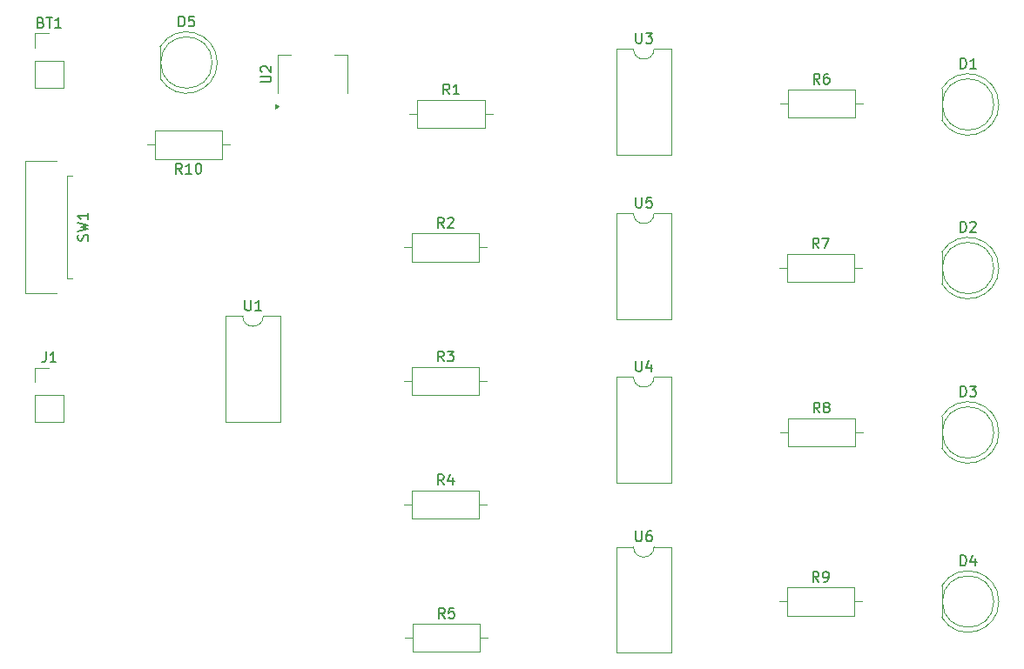
<source format=gbr>
%TF.GenerationSoftware,KiCad,Pcbnew,9.0.4*%
%TF.CreationDate,2025-10-16T13:31:45+09:00*%
%TF.ProjectId,HAM_Seminiar_Opamp,48414d5f-5365-46d6-996e-6961725f4f70,rev?*%
%TF.SameCoordinates,Original*%
%TF.FileFunction,Legend,Top*%
%TF.FilePolarity,Positive*%
%FSLAX46Y46*%
G04 Gerber Fmt 4.6, Leading zero omitted, Abs format (unit mm)*
G04 Created by KiCad (PCBNEW 9.0.4) date 2025-10-16 13:31:45*
%MOMM*%
%LPD*%
G01*
G04 APERTURE LIST*
%ADD10C,0.150000*%
%ADD11C,0.120000*%
G04 APERTURE END LIST*
D10*
X164991905Y-72574819D02*
X164991905Y-71574819D01*
X164991905Y-71574819D02*
X165230000Y-71574819D01*
X165230000Y-71574819D02*
X165372857Y-71622438D01*
X165372857Y-71622438D02*
X165468095Y-71717676D01*
X165468095Y-71717676D02*
X165515714Y-71812914D01*
X165515714Y-71812914D02*
X165563333Y-72003390D01*
X165563333Y-72003390D02*
X165563333Y-72146247D01*
X165563333Y-72146247D02*
X165515714Y-72336723D01*
X165515714Y-72336723D02*
X165468095Y-72431961D01*
X165468095Y-72431961D02*
X165372857Y-72527200D01*
X165372857Y-72527200D02*
X165230000Y-72574819D01*
X165230000Y-72574819D02*
X164991905Y-72574819D01*
X166515714Y-72574819D02*
X165944286Y-72574819D01*
X166230000Y-72574819D02*
X166230000Y-71574819D01*
X166230000Y-71574819D02*
X166134762Y-71717676D01*
X166134762Y-71717676D02*
X166039524Y-71812914D01*
X166039524Y-71812914D02*
X165944286Y-71860533D01*
X95428095Y-95124819D02*
X95428095Y-95934342D01*
X95428095Y-95934342D02*
X95475714Y-96029580D01*
X95475714Y-96029580D02*
X95523333Y-96077200D01*
X95523333Y-96077200D02*
X95618571Y-96124819D01*
X95618571Y-96124819D02*
X95809047Y-96124819D01*
X95809047Y-96124819D02*
X95904285Y-96077200D01*
X95904285Y-96077200D02*
X95951904Y-96029580D01*
X95951904Y-96029580D02*
X95999523Y-95934342D01*
X95999523Y-95934342D02*
X95999523Y-95124819D01*
X96999523Y-96124819D02*
X96428095Y-96124819D01*
X96713809Y-96124819D02*
X96713809Y-95124819D01*
X96713809Y-95124819D02*
X96618571Y-95267676D01*
X96618571Y-95267676D02*
X96523333Y-95362914D01*
X96523333Y-95362914D02*
X96428095Y-95410533D01*
X89277142Y-82824819D02*
X88943809Y-82348628D01*
X88705714Y-82824819D02*
X88705714Y-81824819D01*
X88705714Y-81824819D02*
X89086666Y-81824819D01*
X89086666Y-81824819D02*
X89181904Y-81872438D01*
X89181904Y-81872438D02*
X89229523Y-81920057D01*
X89229523Y-81920057D02*
X89277142Y-82015295D01*
X89277142Y-82015295D02*
X89277142Y-82158152D01*
X89277142Y-82158152D02*
X89229523Y-82253390D01*
X89229523Y-82253390D02*
X89181904Y-82301009D01*
X89181904Y-82301009D02*
X89086666Y-82348628D01*
X89086666Y-82348628D02*
X88705714Y-82348628D01*
X90229523Y-82824819D02*
X89658095Y-82824819D01*
X89943809Y-82824819D02*
X89943809Y-81824819D01*
X89943809Y-81824819D02*
X89848571Y-81967676D01*
X89848571Y-81967676D02*
X89753333Y-82062914D01*
X89753333Y-82062914D02*
X89658095Y-82110533D01*
X90848571Y-81824819D02*
X90943809Y-81824819D01*
X90943809Y-81824819D02*
X91039047Y-81872438D01*
X91039047Y-81872438D02*
X91086666Y-81920057D01*
X91086666Y-81920057D02*
X91134285Y-82015295D01*
X91134285Y-82015295D02*
X91181904Y-82205771D01*
X91181904Y-82205771D02*
X91181904Y-82443866D01*
X91181904Y-82443866D02*
X91134285Y-82634342D01*
X91134285Y-82634342D02*
X91086666Y-82729580D01*
X91086666Y-82729580D02*
X91039047Y-82777200D01*
X91039047Y-82777200D02*
X90943809Y-82824819D01*
X90943809Y-82824819D02*
X90848571Y-82824819D01*
X90848571Y-82824819D02*
X90753333Y-82777200D01*
X90753333Y-82777200D02*
X90705714Y-82729580D01*
X90705714Y-82729580D02*
X90658095Y-82634342D01*
X90658095Y-82634342D02*
X90610476Y-82443866D01*
X90610476Y-82443866D02*
X90610476Y-82205771D01*
X90610476Y-82205771D02*
X90658095Y-82015295D01*
X90658095Y-82015295D02*
X90705714Y-81920057D01*
X90705714Y-81920057D02*
X90753333Y-81872438D01*
X90753333Y-81872438D02*
X90848571Y-81824819D01*
X114753333Y-88084819D02*
X114420000Y-87608628D01*
X114181905Y-88084819D02*
X114181905Y-87084819D01*
X114181905Y-87084819D02*
X114562857Y-87084819D01*
X114562857Y-87084819D02*
X114658095Y-87132438D01*
X114658095Y-87132438D02*
X114705714Y-87180057D01*
X114705714Y-87180057D02*
X114753333Y-87275295D01*
X114753333Y-87275295D02*
X114753333Y-87418152D01*
X114753333Y-87418152D02*
X114705714Y-87513390D01*
X114705714Y-87513390D02*
X114658095Y-87561009D01*
X114658095Y-87561009D02*
X114562857Y-87608628D01*
X114562857Y-87608628D02*
X114181905Y-87608628D01*
X115134286Y-87180057D02*
X115181905Y-87132438D01*
X115181905Y-87132438D02*
X115277143Y-87084819D01*
X115277143Y-87084819D02*
X115515238Y-87084819D01*
X115515238Y-87084819D02*
X115610476Y-87132438D01*
X115610476Y-87132438D02*
X115658095Y-87180057D01*
X115658095Y-87180057D02*
X115705714Y-87275295D01*
X115705714Y-87275295D02*
X115705714Y-87370533D01*
X115705714Y-87370533D02*
X115658095Y-87513390D01*
X115658095Y-87513390D02*
X115086667Y-88084819D01*
X115086667Y-88084819D02*
X115705714Y-88084819D01*
X114753333Y-101084819D02*
X114420000Y-100608628D01*
X114181905Y-101084819D02*
X114181905Y-100084819D01*
X114181905Y-100084819D02*
X114562857Y-100084819D01*
X114562857Y-100084819D02*
X114658095Y-100132438D01*
X114658095Y-100132438D02*
X114705714Y-100180057D01*
X114705714Y-100180057D02*
X114753333Y-100275295D01*
X114753333Y-100275295D02*
X114753333Y-100418152D01*
X114753333Y-100418152D02*
X114705714Y-100513390D01*
X114705714Y-100513390D02*
X114658095Y-100561009D01*
X114658095Y-100561009D02*
X114562857Y-100608628D01*
X114562857Y-100608628D02*
X114181905Y-100608628D01*
X115086667Y-100084819D02*
X115705714Y-100084819D01*
X115705714Y-100084819D02*
X115372381Y-100465771D01*
X115372381Y-100465771D02*
X115515238Y-100465771D01*
X115515238Y-100465771D02*
X115610476Y-100513390D01*
X115610476Y-100513390D02*
X115658095Y-100561009D01*
X115658095Y-100561009D02*
X115705714Y-100656247D01*
X115705714Y-100656247D02*
X115705714Y-100894342D01*
X115705714Y-100894342D02*
X115658095Y-100989580D01*
X115658095Y-100989580D02*
X115610476Y-101037200D01*
X115610476Y-101037200D02*
X115515238Y-101084819D01*
X115515238Y-101084819D02*
X115229524Y-101084819D01*
X115229524Y-101084819D02*
X115134286Y-101037200D01*
X115134286Y-101037200D02*
X115086667Y-100989580D01*
X164991905Y-120954819D02*
X164991905Y-119954819D01*
X164991905Y-119954819D02*
X165230000Y-119954819D01*
X165230000Y-119954819D02*
X165372857Y-120002438D01*
X165372857Y-120002438D02*
X165468095Y-120097676D01*
X165468095Y-120097676D02*
X165515714Y-120192914D01*
X165515714Y-120192914D02*
X165563333Y-120383390D01*
X165563333Y-120383390D02*
X165563333Y-120526247D01*
X165563333Y-120526247D02*
X165515714Y-120716723D01*
X165515714Y-120716723D02*
X165468095Y-120811961D01*
X165468095Y-120811961D02*
X165372857Y-120907200D01*
X165372857Y-120907200D02*
X165230000Y-120954819D01*
X165230000Y-120954819D02*
X164991905Y-120954819D01*
X166420476Y-120288152D02*
X166420476Y-120954819D01*
X166182381Y-119907200D02*
X165944286Y-120621485D01*
X165944286Y-120621485D02*
X166563333Y-120621485D01*
X151213333Y-122544819D02*
X150880000Y-122068628D01*
X150641905Y-122544819D02*
X150641905Y-121544819D01*
X150641905Y-121544819D02*
X151022857Y-121544819D01*
X151022857Y-121544819D02*
X151118095Y-121592438D01*
X151118095Y-121592438D02*
X151165714Y-121640057D01*
X151165714Y-121640057D02*
X151213333Y-121735295D01*
X151213333Y-121735295D02*
X151213333Y-121878152D01*
X151213333Y-121878152D02*
X151165714Y-121973390D01*
X151165714Y-121973390D02*
X151118095Y-122021009D01*
X151118095Y-122021009D02*
X151022857Y-122068628D01*
X151022857Y-122068628D02*
X150641905Y-122068628D01*
X151689524Y-122544819D02*
X151880000Y-122544819D01*
X151880000Y-122544819D02*
X151975238Y-122497200D01*
X151975238Y-122497200D02*
X152022857Y-122449580D01*
X152022857Y-122449580D02*
X152118095Y-122306723D01*
X152118095Y-122306723D02*
X152165714Y-122116247D01*
X152165714Y-122116247D02*
X152165714Y-121735295D01*
X152165714Y-121735295D02*
X152118095Y-121640057D01*
X152118095Y-121640057D02*
X152070476Y-121592438D01*
X152070476Y-121592438D02*
X151975238Y-121544819D01*
X151975238Y-121544819D02*
X151784762Y-121544819D01*
X151784762Y-121544819D02*
X151689524Y-121592438D01*
X151689524Y-121592438D02*
X151641905Y-121640057D01*
X151641905Y-121640057D02*
X151594286Y-121735295D01*
X151594286Y-121735295D02*
X151594286Y-121973390D01*
X151594286Y-121973390D02*
X151641905Y-122068628D01*
X151641905Y-122068628D02*
X151689524Y-122116247D01*
X151689524Y-122116247D02*
X151784762Y-122163866D01*
X151784762Y-122163866D02*
X151975238Y-122163866D01*
X151975238Y-122163866D02*
X152070476Y-122116247D01*
X152070476Y-122116247D02*
X152118095Y-122068628D01*
X152118095Y-122068628D02*
X152165714Y-121973390D01*
X164991905Y-88494819D02*
X164991905Y-87494819D01*
X164991905Y-87494819D02*
X165230000Y-87494819D01*
X165230000Y-87494819D02*
X165372857Y-87542438D01*
X165372857Y-87542438D02*
X165468095Y-87637676D01*
X165468095Y-87637676D02*
X165515714Y-87732914D01*
X165515714Y-87732914D02*
X165563333Y-87923390D01*
X165563333Y-87923390D02*
X165563333Y-88066247D01*
X165563333Y-88066247D02*
X165515714Y-88256723D01*
X165515714Y-88256723D02*
X165468095Y-88351961D01*
X165468095Y-88351961D02*
X165372857Y-88447200D01*
X165372857Y-88447200D02*
X165230000Y-88494819D01*
X165230000Y-88494819D02*
X164991905Y-88494819D01*
X165944286Y-87590057D02*
X165991905Y-87542438D01*
X165991905Y-87542438D02*
X166087143Y-87494819D01*
X166087143Y-87494819D02*
X166325238Y-87494819D01*
X166325238Y-87494819D02*
X166420476Y-87542438D01*
X166420476Y-87542438D02*
X166468095Y-87590057D01*
X166468095Y-87590057D02*
X166515714Y-87685295D01*
X166515714Y-87685295D02*
X166515714Y-87780533D01*
X166515714Y-87780533D02*
X166468095Y-87923390D01*
X166468095Y-87923390D02*
X165896667Y-88494819D01*
X165896667Y-88494819D02*
X166515714Y-88494819D01*
X151293333Y-74084819D02*
X150960000Y-73608628D01*
X150721905Y-74084819D02*
X150721905Y-73084819D01*
X150721905Y-73084819D02*
X151102857Y-73084819D01*
X151102857Y-73084819D02*
X151198095Y-73132438D01*
X151198095Y-73132438D02*
X151245714Y-73180057D01*
X151245714Y-73180057D02*
X151293333Y-73275295D01*
X151293333Y-73275295D02*
X151293333Y-73418152D01*
X151293333Y-73418152D02*
X151245714Y-73513390D01*
X151245714Y-73513390D02*
X151198095Y-73561009D01*
X151198095Y-73561009D02*
X151102857Y-73608628D01*
X151102857Y-73608628D02*
X150721905Y-73608628D01*
X152150476Y-73084819D02*
X151960000Y-73084819D01*
X151960000Y-73084819D02*
X151864762Y-73132438D01*
X151864762Y-73132438D02*
X151817143Y-73180057D01*
X151817143Y-73180057D02*
X151721905Y-73322914D01*
X151721905Y-73322914D02*
X151674286Y-73513390D01*
X151674286Y-73513390D02*
X151674286Y-73894342D01*
X151674286Y-73894342D02*
X151721905Y-73989580D01*
X151721905Y-73989580D02*
X151769524Y-74037200D01*
X151769524Y-74037200D02*
X151864762Y-74084819D01*
X151864762Y-74084819D02*
X152055238Y-74084819D01*
X152055238Y-74084819D02*
X152150476Y-74037200D01*
X152150476Y-74037200D02*
X152198095Y-73989580D01*
X152198095Y-73989580D02*
X152245714Y-73894342D01*
X152245714Y-73894342D02*
X152245714Y-73656247D01*
X152245714Y-73656247D02*
X152198095Y-73561009D01*
X152198095Y-73561009D02*
X152150476Y-73513390D01*
X152150476Y-73513390D02*
X152055238Y-73465771D01*
X152055238Y-73465771D02*
X151864762Y-73465771D01*
X151864762Y-73465771D02*
X151769524Y-73513390D01*
X151769524Y-73513390D02*
X151721905Y-73561009D01*
X151721905Y-73561009D02*
X151674286Y-73656247D01*
X151213333Y-90084819D02*
X150880000Y-89608628D01*
X150641905Y-90084819D02*
X150641905Y-89084819D01*
X150641905Y-89084819D02*
X151022857Y-89084819D01*
X151022857Y-89084819D02*
X151118095Y-89132438D01*
X151118095Y-89132438D02*
X151165714Y-89180057D01*
X151165714Y-89180057D02*
X151213333Y-89275295D01*
X151213333Y-89275295D02*
X151213333Y-89418152D01*
X151213333Y-89418152D02*
X151165714Y-89513390D01*
X151165714Y-89513390D02*
X151118095Y-89561009D01*
X151118095Y-89561009D02*
X151022857Y-89608628D01*
X151022857Y-89608628D02*
X150641905Y-89608628D01*
X151546667Y-89084819D02*
X152213333Y-89084819D01*
X152213333Y-89084819D02*
X151784762Y-90084819D01*
X76046666Y-100154819D02*
X76046666Y-100869104D01*
X76046666Y-100869104D02*
X75999047Y-101011961D01*
X75999047Y-101011961D02*
X75903809Y-101107200D01*
X75903809Y-101107200D02*
X75760952Y-101154819D01*
X75760952Y-101154819D02*
X75665714Y-101154819D01*
X77046666Y-101154819D02*
X76475238Y-101154819D01*
X76760952Y-101154819D02*
X76760952Y-100154819D01*
X76760952Y-100154819D02*
X76665714Y-100297676D01*
X76665714Y-100297676D02*
X76570476Y-100392914D01*
X76570476Y-100392914D02*
X76475238Y-100440533D01*
X133428095Y-69124819D02*
X133428095Y-69934342D01*
X133428095Y-69934342D02*
X133475714Y-70029580D01*
X133475714Y-70029580D02*
X133523333Y-70077200D01*
X133523333Y-70077200D02*
X133618571Y-70124819D01*
X133618571Y-70124819D02*
X133809047Y-70124819D01*
X133809047Y-70124819D02*
X133904285Y-70077200D01*
X133904285Y-70077200D02*
X133951904Y-70029580D01*
X133951904Y-70029580D02*
X133999523Y-69934342D01*
X133999523Y-69934342D02*
X133999523Y-69124819D01*
X134380476Y-69124819D02*
X134999523Y-69124819D01*
X134999523Y-69124819D02*
X134666190Y-69505771D01*
X134666190Y-69505771D02*
X134809047Y-69505771D01*
X134809047Y-69505771D02*
X134904285Y-69553390D01*
X134904285Y-69553390D02*
X134951904Y-69601009D01*
X134951904Y-69601009D02*
X134999523Y-69696247D01*
X134999523Y-69696247D02*
X134999523Y-69934342D01*
X134999523Y-69934342D02*
X134951904Y-70029580D01*
X134951904Y-70029580D02*
X134904285Y-70077200D01*
X134904285Y-70077200D02*
X134809047Y-70124819D01*
X134809047Y-70124819D02*
X134523333Y-70124819D01*
X134523333Y-70124819D02*
X134428095Y-70077200D01*
X134428095Y-70077200D02*
X134380476Y-70029580D01*
X114833333Y-126084819D02*
X114500000Y-125608628D01*
X114261905Y-126084819D02*
X114261905Y-125084819D01*
X114261905Y-125084819D02*
X114642857Y-125084819D01*
X114642857Y-125084819D02*
X114738095Y-125132438D01*
X114738095Y-125132438D02*
X114785714Y-125180057D01*
X114785714Y-125180057D02*
X114833333Y-125275295D01*
X114833333Y-125275295D02*
X114833333Y-125418152D01*
X114833333Y-125418152D02*
X114785714Y-125513390D01*
X114785714Y-125513390D02*
X114738095Y-125561009D01*
X114738095Y-125561009D02*
X114642857Y-125608628D01*
X114642857Y-125608628D02*
X114261905Y-125608628D01*
X115738095Y-125084819D02*
X115261905Y-125084819D01*
X115261905Y-125084819D02*
X115214286Y-125561009D01*
X115214286Y-125561009D02*
X115261905Y-125513390D01*
X115261905Y-125513390D02*
X115357143Y-125465771D01*
X115357143Y-125465771D02*
X115595238Y-125465771D01*
X115595238Y-125465771D02*
X115690476Y-125513390D01*
X115690476Y-125513390D02*
X115738095Y-125561009D01*
X115738095Y-125561009D02*
X115785714Y-125656247D01*
X115785714Y-125656247D02*
X115785714Y-125894342D01*
X115785714Y-125894342D02*
X115738095Y-125989580D01*
X115738095Y-125989580D02*
X115690476Y-126037200D01*
X115690476Y-126037200D02*
X115595238Y-126084819D01*
X115595238Y-126084819D02*
X115357143Y-126084819D01*
X115357143Y-126084819D02*
X115261905Y-126037200D01*
X115261905Y-126037200D02*
X115214286Y-125989580D01*
X133428095Y-85124819D02*
X133428095Y-85934342D01*
X133428095Y-85934342D02*
X133475714Y-86029580D01*
X133475714Y-86029580D02*
X133523333Y-86077200D01*
X133523333Y-86077200D02*
X133618571Y-86124819D01*
X133618571Y-86124819D02*
X133809047Y-86124819D01*
X133809047Y-86124819D02*
X133904285Y-86077200D01*
X133904285Y-86077200D02*
X133951904Y-86029580D01*
X133951904Y-86029580D02*
X133999523Y-85934342D01*
X133999523Y-85934342D02*
X133999523Y-85124819D01*
X134951904Y-85124819D02*
X134475714Y-85124819D01*
X134475714Y-85124819D02*
X134428095Y-85601009D01*
X134428095Y-85601009D02*
X134475714Y-85553390D01*
X134475714Y-85553390D02*
X134570952Y-85505771D01*
X134570952Y-85505771D02*
X134809047Y-85505771D01*
X134809047Y-85505771D02*
X134904285Y-85553390D01*
X134904285Y-85553390D02*
X134951904Y-85601009D01*
X134951904Y-85601009D02*
X134999523Y-85696247D01*
X134999523Y-85696247D02*
X134999523Y-85934342D01*
X134999523Y-85934342D02*
X134951904Y-86029580D01*
X134951904Y-86029580D02*
X134904285Y-86077200D01*
X134904285Y-86077200D02*
X134809047Y-86124819D01*
X134809047Y-86124819D02*
X134570952Y-86124819D01*
X134570952Y-86124819D02*
X134475714Y-86077200D01*
X134475714Y-86077200D02*
X134428095Y-86029580D01*
X115293333Y-75084819D02*
X114960000Y-74608628D01*
X114721905Y-75084819D02*
X114721905Y-74084819D01*
X114721905Y-74084819D02*
X115102857Y-74084819D01*
X115102857Y-74084819D02*
X115198095Y-74132438D01*
X115198095Y-74132438D02*
X115245714Y-74180057D01*
X115245714Y-74180057D02*
X115293333Y-74275295D01*
X115293333Y-74275295D02*
X115293333Y-74418152D01*
X115293333Y-74418152D02*
X115245714Y-74513390D01*
X115245714Y-74513390D02*
X115198095Y-74561009D01*
X115198095Y-74561009D02*
X115102857Y-74608628D01*
X115102857Y-74608628D02*
X114721905Y-74608628D01*
X116245714Y-75084819D02*
X115674286Y-75084819D01*
X115960000Y-75084819D02*
X115960000Y-74084819D01*
X115960000Y-74084819D02*
X115864762Y-74227676D01*
X115864762Y-74227676D02*
X115769524Y-74322914D01*
X115769524Y-74322914D02*
X115674286Y-74370533D01*
X151293333Y-106084819D02*
X150960000Y-105608628D01*
X150721905Y-106084819D02*
X150721905Y-105084819D01*
X150721905Y-105084819D02*
X151102857Y-105084819D01*
X151102857Y-105084819D02*
X151198095Y-105132438D01*
X151198095Y-105132438D02*
X151245714Y-105180057D01*
X151245714Y-105180057D02*
X151293333Y-105275295D01*
X151293333Y-105275295D02*
X151293333Y-105418152D01*
X151293333Y-105418152D02*
X151245714Y-105513390D01*
X151245714Y-105513390D02*
X151198095Y-105561009D01*
X151198095Y-105561009D02*
X151102857Y-105608628D01*
X151102857Y-105608628D02*
X150721905Y-105608628D01*
X151864762Y-105513390D02*
X151769524Y-105465771D01*
X151769524Y-105465771D02*
X151721905Y-105418152D01*
X151721905Y-105418152D02*
X151674286Y-105322914D01*
X151674286Y-105322914D02*
X151674286Y-105275295D01*
X151674286Y-105275295D02*
X151721905Y-105180057D01*
X151721905Y-105180057D02*
X151769524Y-105132438D01*
X151769524Y-105132438D02*
X151864762Y-105084819D01*
X151864762Y-105084819D02*
X152055238Y-105084819D01*
X152055238Y-105084819D02*
X152150476Y-105132438D01*
X152150476Y-105132438D02*
X152198095Y-105180057D01*
X152198095Y-105180057D02*
X152245714Y-105275295D01*
X152245714Y-105275295D02*
X152245714Y-105322914D01*
X152245714Y-105322914D02*
X152198095Y-105418152D01*
X152198095Y-105418152D02*
X152150476Y-105465771D01*
X152150476Y-105465771D02*
X152055238Y-105513390D01*
X152055238Y-105513390D02*
X151864762Y-105513390D01*
X151864762Y-105513390D02*
X151769524Y-105561009D01*
X151769524Y-105561009D02*
X151721905Y-105608628D01*
X151721905Y-105608628D02*
X151674286Y-105703866D01*
X151674286Y-105703866D02*
X151674286Y-105894342D01*
X151674286Y-105894342D02*
X151721905Y-105989580D01*
X151721905Y-105989580D02*
X151769524Y-106037200D01*
X151769524Y-106037200D02*
X151864762Y-106084819D01*
X151864762Y-106084819D02*
X152055238Y-106084819D01*
X152055238Y-106084819D02*
X152150476Y-106037200D01*
X152150476Y-106037200D02*
X152198095Y-105989580D01*
X152198095Y-105989580D02*
X152245714Y-105894342D01*
X152245714Y-105894342D02*
X152245714Y-105703866D01*
X152245714Y-105703866D02*
X152198095Y-105608628D01*
X152198095Y-105608628D02*
X152150476Y-105561009D01*
X152150476Y-105561009D02*
X152055238Y-105513390D01*
X133428095Y-101044819D02*
X133428095Y-101854342D01*
X133428095Y-101854342D02*
X133475714Y-101949580D01*
X133475714Y-101949580D02*
X133523333Y-101997200D01*
X133523333Y-101997200D02*
X133618571Y-102044819D01*
X133618571Y-102044819D02*
X133809047Y-102044819D01*
X133809047Y-102044819D02*
X133904285Y-101997200D01*
X133904285Y-101997200D02*
X133951904Y-101949580D01*
X133951904Y-101949580D02*
X133999523Y-101854342D01*
X133999523Y-101854342D02*
X133999523Y-101044819D01*
X134904285Y-101378152D02*
X134904285Y-102044819D01*
X134666190Y-100997200D02*
X134428095Y-101711485D01*
X134428095Y-101711485D02*
X135047142Y-101711485D01*
X80117200Y-89333332D02*
X80164819Y-89190475D01*
X80164819Y-89190475D02*
X80164819Y-88952380D01*
X80164819Y-88952380D02*
X80117200Y-88857142D01*
X80117200Y-88857142D02*
X80069580Y-88809523D01*
X80069580Y-88809523D02*
X79974342Y-88761904D01*
X79974342Y-88761904D02*
X79879104Y-88761904D01*
X79879104Y-88761904D02*
X79783866Y-88809523D01*
X79783866Y-88809523D02*
X79736247Y-88857142D01*
X79736247Y-88857142D02*
X79688628Y-88952380D01*
X79688628Y-88952380D02*
X79641009Y-89142856D01*
X79641009Y-89142856D02*
X79593390Y-89238094D01*
X79593390Y-89238094D02*
X79545771Y-89285713D01*
X79545771Y-89285713D02*
X79450533Y-89333332D01*
X79450533Y-89333332D02*
X79355295Y-89333332D01*
X79355295Y-89333332D02*
X79260057Y-89285713D01*
X79260057Y-89285713D02*
X79212438Y-89238094D01*
X79212438Y-89238094D02*
X79164819Y-89142856D01*
X79164819Y-89142856D02*
X79164819Y-88904761D01*
X79164819Y-88904761D02*
X79212438Y-88761904D01*
X79164819Y-88428570D02*
X80164819Y-88190475D01*
X80164819Y-88190475D02*
X79450533Y-87999999D01*
X79450533Y-87999999D02*
X80164819Y-87809523D01*
X80164819Y-87809523D02*
X79164819Y-87571428D01*
X80164819Y-86666666D02*
X80164819Y-87238094D01*
X80164819Y-86952380D02*
X79164819Y-86952380D01*
X79164819Y-86952380D02*
X79307676Y-87047618D01*
X79307676Y-87047618D02*
X79402914Y-87142856D01*
X79402914Y-87142856D02*
X79450533Y-87238094D01*
X133428095Y-117584819D02*
X133428095Y-118394342D01*
X133428095Y-118394342D02*
X133475714Y-118489580D01*
X133475714Y-118489580D02*
X133523333Y-118537200D01*
X133523333Y-118537200D02*
X133618571Y-118584819D01*
X133618571Y-118584819D02*
X133809047Y-118584819D01*
X133809047Y-118584819D02*
X133904285Y-118537200D01*
X133904285Y-118537200D02*
X133951904Y-118489580D01*
X133951904Y-118489580D02*
X133999523Y-118394342D01*
X133999523Y-118394342D02*
X133999523Y-117584819D01*
X134904285Y-117584819D02*
X134713809Y-117584819D01*
X134713809Y-117584819D02*
X134618571Y-117632438D01*
X134618571Y-117632438D02*
X134570952Y-117680057D01*
X134570952Y-117680057D02*
X134475714Y-117822914D01*
X134475714Y-117822914D02*
X134428095Y-118013390D01*
X134428095Y-118013390D02*
X134428095Y-118394342D01*
X134428095Y-118394342D02*
X134475714Y-118489580D01*
X134475714Y-118489580D02*
X134523333Y-118537200D01*
X134523333Y-118537200D02*
X134618571Y-118584819D01*
X134618571Y-118584819D02*
X134809047Y-118584819D01*
X134809047Y-118584819D02*
X134904285Y-118537200D01*
X134904285Y-118537200D02*
X134951904Y-118489580D01*
X134951904Y-118489580D02*
X134999523Y-118394342D01*
X134999523Y-118394342D02*
X134999523Y-118156247D01*
X134999523Y-118156247D02*
X134951904Y-118061009D01*
X134951904Y-118061009D02*
X134904285Y-118013390D01*
X134904285Y-118013390D02*
X134809047Y-117965771D01*
X134809047Y-117965771D02*
X134618571Y-117965771D01*
X134618571Y-117965771D02*
X134523333Y-118013390D01*
X134523333Y-118013390D02*
X134475714Y-118061009D01*
X134475714Y-118061009D02*
X134428095Y-118156247D01*
X88991905Y-68494819D02*
X88991905Y-67494819D01*
X88991905Y-67494819D02*
X89230000Y-67494819D01*
X89230000Y-67494819D02*
X89372857Y-67542438D01*
X89372857Y-67542438D02*
X89468095Y-67637676D01*
X89468095Y-67637676D02*
X89515714Y-67732914D01*
X89515714Y-67732914D02*
X89563333Y-67923390D01*
X89563333Y-67923390D02*
X89563333Y-68066247D01*
X89563333Y-68066247D02*
X89515714Y-68256723D01*
X89515714Y-68256723D02*
X89468095Y-68351961D01*
X89468095Y-68351961D02*
X89372857Y-68447200D01*
X89372857Y-68447200D02*
X89230000Y-68494819D01*
X89230000Y-68494819D02*
X88991905Y-68494819D01*
X90468095Y-67494819D02*
X89991905Y-67494819D01*
X89991905Y-67494819D02*
X89944286Y-67971009D01*
X89944286Y-67971009D02*
X89991905Y-67923390D01*
X89991905Y-67923390D02*
X90087143Y-67875771D01*
X90087143Y-67875771D02*
X90325238Y-67875771D01*
X90325238Y-67875771D02*
X90420476Y-67923390D01*
X90420476Y-67923390D02*
X90468095Y-67971009D01*
X90468095Y-67971009D02*
X90515714Y-68066247D01*
X90515714Y-68066247D02*
X90515714Y-68304342D01*
X90515714Y-68304342D02*
X90468095Y-68399580D01*
X90468095Y-68399580D02*
X90420476Y-68447200D01*
X90420476Y-68447200D02*
X90325238Y-68494819D01*
X90325238Y-68494819D02*
X90087143Y-68494819D01*
X90087143Y-68494819D02*
X89991905Y-68447200D01*
X89991905Y-68447200D02*
X89944286Y-68399580D01*
X75594285Y-68091009D02*
X75737142Y-68138628D01*
X75737142Y-68138628D02*
X75784761Y-68186247D01*
X75784761Y-68186247D02*
X75832380Y-68281485D01*
X75832380Y-68281485D02*
X75832380Y-68424342D01*
X75832380Y-68424342D02*
X75784761Y-68519580D01*
X75784761Y-68519580D02*
X75737142Y-68567200D01*
X75737142Y-68567200D02*
X75641904Y-68614819D01*
X75641904Y-68614819D02*
X75260952Y-68614819D01*
X75260952Y-68614819D02*
X75260952Y-67614819D01*
X75260952Y-67614819D02*
X75594285Y-67614819D01*
X75594285Y-67614819D02*
X75689523Y-67662438D01*
X75689523Y-67662438D02*
X75737142Y-67710057D01*
X75737142Y-67710057D02*
X75784761Y-67805295D01*
X75784761Y-67805295D02*
X75784761Y-67900533D01*
X75784761Y-67900533D02*
X75737142Y-67995771D01*
X75737142Y-67995771D02*
X75689523Y-68043390D01*
X75689523Y-68043390D02*
X75594285Y-68091009D01*
X75594285Y-68091009D02*
X75260952Y-68091009D01*
X76118095Y-67614819D02*
X76689523Y-67614819D01*
X76403809Y-68614819D02*
X76403809Y-67614819D01*
X77546666Y-68614819D02*
X76975238Y-68614819D01*
X77260952Y-68614819D02*
X77260952Y-67614819D01*
X77260952Y-67614819D02*
X77165714Y-67757676D01*
X77165714Y-67757676D02*
X77070476Y-67852914D01*
X77070476Y-67852914D02*
X76975238Y-67900533D01*
X164991905Y-104494819D02*
X164991905Y-103494819D01*
X164991905Y-103494819D02*
X165230000Y-103494819D01*
X165230000Y-103494819D02*
X165372857Y-103542438D01*
X165372857Y-103542438D02*
X165468095Y-103637676D01*
X165468095Y-103637676D02*
X165515714Y-103732914D01*
X165515714Y-103732914D02*
X165563333Y-103923390D01*
X165563333Y-103923390D02*
X165563333Y-104066247D01*
X165563333Y-104066247D02*
X165515714Y-104256723D01*
X165515714Y-104256723D02*
X165468095Y-104351961D01*
X165468095Y-104351961D02*
X165372857Y-104447200D01*
X165372857Y-104447200D02*
X165230000Y-104494819D01*
X165230000Y-104494819D02*
X164991905Y-104494819D01*
X165896667Y-103494819D02*
X166515714Y-103494819D01*
X166515714Y-103494819D02*
X166182381Y-103875771D01*
X166182381Y-103875771D02*
X166325238Y-103875771D01*
X166325238Y-103875771D02*
X166420476Y-103923390D01*
X166420476Y-103923390D02*
X166468095Y-103971009D01*
X166468095Y-103971009D02*
X166515714Y-104066247D01*
X166515714Y-104066247D02*
X166515714Y-104304342D01*
X166515714Y-104304342D02*
X166468095Y-104399580D01*
X166468095Y-104399580D02*
X166420476Y-104447200D01*
X166420476Y-104447200D02*
X166325238Y-104494819D01*
X166325238Y-104494819D02*
X166039524Y-104494819D01*
X166039524Y-104494819D02*
X165944286Y-104447200D01*
X165944286Y-104447200D02*
X165896667Y-104399580D01*
X114753333Y-113084819D02*
X114420000Y-112608628D01*
X114181905Y-113084819D02*
X114181905Y-112084819D01*
X114181905Y-112084819D02*
X114562857Y-112084819D01*
X114562857Y-112084819D02*
X114658095Y-112132438D01*
X114658095Y-112132438D02*
X114705714Y-112180057D01*
X114705714Y-112180057D02*
X114753333Y-112275295D01*
X114753333Y-112275295D02*
X114753333Y-112418152D01*
X114753333Y-112418152D02*
X114705714Y-112513390D01*
X114705714Y-112513390D02*
X114658095Y-112561009D01*
X114658095Y-112561009D02*
X114562857Y-112608628D01*
X114562857Y-112608628D02*
X114181905Y-112608628D01*
X115610476Y-112418152D02*
X115610476Y-113084819D01*
X115372381Y-112037200D02*
X115134286Y-112751485D01*
X115134286Y-112751485D02*
X115753333Y-112751485D01*
X96954819Y-73911904D02*
X97764342Y-73911904D01*
X97764342Y-73911904D02*
X97859580Y-73864285D01*
X97859580Y-73864285D02*
X97907200Y-73816666D01*
X97907200Y-73816666D02*
X97954819Y-73721428D01*
X97954819Y-73721428D02*
X97954819Y-73530952D01*
X97954819Y-73530952D02*
X97907200Y-73435714D01*
X97907200Y-73435714D02*
X97859580Y-73388095D01*
X97859580Y-73388095D02*
X97764342Y-73340476D01*
X97764342Y-73340476D02*
X96954819Y-73340476D01*
X97050057Y-72911904D02*
X97002438Y-72864285D01*
X97002438Y-72864285D02*
X96954819Y-72769047D01*
X96954819Y-72769047D02*
X96954819Y-72530952D01*
X96954819Y-72530952D02*
X97002438Y-72435714D01*
X97002438Y-72435714D02*
X97050057Y-72388095D01*
X97050057Y-72388095D02*
X97145295Y-72340476D01*
X97145295Y-72340476D02*
X97240533Y-72340476D01*
X97240533Y-72340476D02*
X97383390Y-72388095D01*
X97383390Y-72388095D02*
X97954819Y-72959523D01*
X97954819Y-72959523D02*
X97954819Y-72340476D01*
D11*
%TO.C,D1*%
X163170000Y-74535000D02*
X163170000Y-77625000D01*
X163170000Y-74535170D02*
G75*
G02*
X168720000Y-76080000I2560000J-1544830D01*
G01*
X168720000Y-76080000D02*
G75*
G02*
X163170000Y-77624830I-2990000J0D01*
G01*
X168230000Y-76080000D02*
G75*
G02*
X163230000Y-76080000I-2500000J0D01*
G01*
X163230000Y-76080000D02*
G75*
G02*
X168230000Y-76080000I2500000J0D01*
G01*
%TO.C,U1*%
X93540000Y-96670000D02*
X93540000Y-106950000D01*
X93540000Y-106950000D02*
X98840000Y-106950000D01*
X95190000Y-96670000D02*
X93540000Y-96670000D01*
X98840000Y-96670000D02*
X97190000Y-96670000D01*
X98840000Y-106950000D02*
X98840000Y-96670000D01*
X97190000Y-96670000D02*
G75*
G02*
X95190000Y-96670000I-1000000J0D01*
G01*
%TO.C,R10*%
X85880000Y-80000000D02*
X86650000Y-80000000D01*
X93960000Y-80000000D02*
X93190000Y-80000000D01*
X93190000Y-81370000D02*
X86650000Y-81370000D01*
X86650000Y-78630000D01*
X93190000Y-78630000D01*
X93190000Y-81370000D01*
%TO.C,R2*%
X110880000Y-90000000D02*
X111650000Y-90000000D01*
X118960000Y-90000000D02*
X118190000Y-90000000D01*
X111650000Y-88630000D02*
X118190000Y-88630000D01*
X118190000Y-91370000D01*
X111650000Y-91370000D01*
X111650000Y-88630000D01*
%TO.C,R3*%
X110880000Y-103000000D02*
X111650000Y-103000000D01*
X118960000Y-103000000D02*
X118190000Y-103000000D01*
X111650000Y-101630000D02*
X118190000Y-101630000D01*
X118190000Y-104370000D01*
X111650000Y-104370000D01*
X111650000Y-101630000D01*
%TO.C,D4*%
X163170000Y-122915000D02*
X163170000Y-126005000D01*
X163170000Y-122915170D02*
G75*
G02*
X168720000Y-124460000I2560000J-1544830D01*
G01*
X168720000Y-124460000D02*
G75*
G02*
X163170000Y-126004830I-2990000J0D01*
G01*
X168230000Y-124460000D02*
G75*
G02*
X163230000Y-124460000I-2500000J0D01*
G01*
X163230000Y-124460000D02*
G75*
G02*
X168230000Y-124460000I2500000J0D01*
G01*
%TO.C,R9*%
X147340000Y-124460000D02*
X148110000Y-124460000D01*
X155420000Y-124460000D02*
X154650000Y-124460000D01*
X148110000Y-123090000D02*
X154650000Y-123090000D01*
X154650000Y-125830000D01*
X148110000Y-125830000D01*
X148110000Y-123090000D01*
%TO.C,D2*%
X163170000Y-90455000D02*
X163170000Y-93545000D01*
X163170000Y-90455170D02*
G75*
G02*
X168720000Y-92000000I2560000J-1544830D01*
G01*
X168720000Y-92000000D02*
G75*
G02*
X163170000Y-93544830I-2990000J0D01*
G01*
X168230000Y-92000000D02*
G75*
G02*
X163230000Y-92000000I-2500000J0D01*
G01*
X163230000Y-92000000D02*
G75*
G02*
X168230000Y-92000000I2500000J0D01*
G01*
%TO.C,R6*%
X147420000Y-76000000D02*
X148190000Y-76000000D01*
X155500000Y-76000000D02*
X154730000Y-76000000D01*
X148190000Y-74630000D02*
X154730000Y-74630000D01*
X154730000Y-77370000D01*
X148190000Y-77370000D01*
X148190000Y-74630000D01*
%TO.C,R7*%
X147340000Y-92000000D02*
X148110000Y-92000000D01*
X155420000Y-92000000D02*
X154650000Y-92000000D01*
X148110000Y-90630000D02*
X154650000Y-90630000D01*
X154650000Y-93370000D01*
X148110000Y-93370000D01*
X148110000Y-90630000D01*
%TO.C,J1*%
X75000000Y-101700000D02*
X76380000Y-101700000D01*
X75000000Y-103080000D02*
X75000000Y-101700000D01*
X75000000Y-104350000D02*
X75000000Y-107000000D01*
X75000000Y-104350000D02*
X77760000Y-104350000D01*
X75000000Y-107000000D02*
X77760000Y-107000000D01*
X77760000Y-104350000D02*
X77760000Y-107000000D01*
%TO.C,U3*%
X131540000Y-70670000D02*
X131540000Y-80950000D01*
X131540000Y-80950000D02*
X136840000Y-80950000D01*
X133190000Y-70670000D02*
X131540000Y-70670000D01*
X136840000Y-70670000D02*
X135190000Y-70670000D01*
X136840000Y-80950000D02*
X136840000Y-70670000D01*
X135190000Y-70670000D02*
G75*
G02*
X133190000Y-70670000I-1000000J0D01*
G01*
%TO.C,R5*%
X110960000Y-128000000D02*
X111730000Y-128000000D01*
X119040000Y-128000000D02*
X118270000Y-128000000D01*
X111730000Y-126630000D02*
X118270000Y-126630000D01*
X118270000Y-129370000D01*
X111730000Y-129370000D01*
X111730000Y-126630000D01*
%TO.C,U5*%
X131540000Y-86670000D02*
X131540000Y-96950000D01*
X131540000Y-96950000D02*
X136840000Y-96950000D01*
X133190000Y-86670000D02*
X131540000Y-86670000D01*
X136840000Y-86670000D02*
X135190000Y-86670000D01*
X136840000Y-96950000D02*
X136840000Y-86670000D01*
X135190000Y-86670000D02*
G75*
G02*
X133190000Y-86670000I-1000000J0D01*
G01*
%TO.C,R1*%
X111420000Y-77000000D02*
X112190000Y-77000000D01*
X119500000Y-77000000D02*
X118730000Y-77000000D01*
X112190000Y-75630000D02*
X118730000Y-75630000D01*
X118730000Y-78370000D01*
X112190000Y-78370000D01*
X112190000Y-75630000D01*
%TO.C,R8*%
X147420000Y-108000000D02*
X148190000Y-108000000D01*
X155500000Y-108000000D02*
X154730000Y-108000000D01*
X148190000Y-106630000D02*
X154730000Y-106630000D01*
X154730000Y-109370000D01*
X148190000Y-109370000D01*
X148190000Y-106630000D01*
%TO.C,U4*%
X131540000Y-102590000D02*
X131540000Y-112870000D01*
X131540000Y-112870000D02*
X136840000Y-112870000D01*
X133190000Y-102590000D02*
X131540000Y-102590000D01*
X136840000Y-102590000D02*
X135190000Y-102590000D01*
X136840000Y-112870000D02*
X136840000Y-102590000D01*
X135190000Y-102590000D02*
G75*
G02*
X133190000Y-102590000I-1000000J0D01*
G01*
%TO.C,SW1*%
X74030000Y-81565000D02*
X74030000Y-94435000D01*
X74030000Y-94435000D02*
X77105000Y-94435000D01*
X77105000Y-81565000D02*
X74030000Y-81565000D01*
X78120000Y-82985000D02*
X78120000Y-93015000D01*
X78120000Y-93015000D02*
X78620000Y-93015000D01*
X78620000Y-82985000D02*
X78120000Y-82985000D01*
X78620000Y-83005000D02*
X78620000Y-82985000D01*
X78620000Y-93015000D02*
X78620000Y-92995000D01*
%TO.C,U6*%
X131540000Y-119130000D02*
X131540000Y-129410000D01*
X131540000Y-129410000D02*
X136840000Y-129410000D01*
X133190000Y-119130000D02*
X131540000Y-119130000D01*
X136840000Y-119130000D02*
X135190000Y-119130000D01*
X136840000Y-129410000D02*
X136840000Y-119130000D01*
X135190000Y-119130000D02*
G75*
G02*
X133190000Y-119130000I-1000000J0D01*
G01*
%TO.C,D5*%
X87170000Y-70455000D02*
X87170000Y-73545000D01*
X87170000Y-70455170D02*
G75*
G02*
X92720000Y-72000000I2560000J-1544830D01*
G01*
X92720000Y-72000000D02*
G75*
G02*
X87170000Y-73544830I-2990000J0D01*
G01*
X92230000Y-72000000D02*
G75*
G02*
X87230000Y-72000000I-2500000J0D01*
G01*
X87230000Y-72000000D02*
G75*
G02*
X92230000Y-72000000I2500000J0D01*
G01*
%TO.C,BT1*%
X75000000Y-69160000D02*
X76380000Y-69160000D01*
X75000000Y-70540000D02*
X75000000Y-69160000D01*
X75000000Y-71810000D02*
X75000000Y-74460000D01*
X75000000Y-71810000D02*
X77760000Y-71810000D01*
X75000000Y-74460000D02*
X77760000Y-74460000D01*
X77760000Y-71810000D02*
X77760000Y-74460000D01*
%TO.C,D3*%
X163170000Y-106455000D02*
X163170000Y-109545000D01*
X163170000Y-106455170D02*
G75*
G02*
X168720000Y-108000000I2560000J-1544830D01*
G01*
X168720000Y-108000000D02*
G75*
G02*
X163170000Y-109544830I-2990000J0D01*
G01*
X168230000Y-108000000D02*
G75*
G02*
X163230000Y-108000000I-2500000J0D01*
G01*
X163230000Y-108000000D02*
G75*
G02*
X168230000Y-108000000I2500000J0D01*
G01*
%TO.C,R4*%
X110880000Y-115000000D02*
X111650000Y-115000000D01*
X118960000Y-115000000D02*
X118190000Y-115000000D01*
X111650000Y-113630000D02*
X118190000Y-113630000D01*
X118190000Y-116370000D01*
X111650000Y-116370000D01*
X111650000Y-113630000D01*
%TO.C,U2*%
X98590000Y-71240000D02*
X99850000Y-71240000D01*
X98590000Y-75000000D02*
X98590000Y-71240000D01*
X105410000Y-71240000D02*
X104150000Y-71240000D01*
X105410000Y-75000000D02*
X105410000Y-71240000D01*
X98690000Y-76280000D02*
X98360000Y-76520000D01*
X98360000Y-76040000D01*
X98690000Y-76280000D01*
G36*
X98690000Y-76280000D02*
G01*
X98360000Y-76520000D01*
X98360000Y-76040000D01*
X98690000Y-76280000D01*
G37*
%TD*%
M02*

</source>
